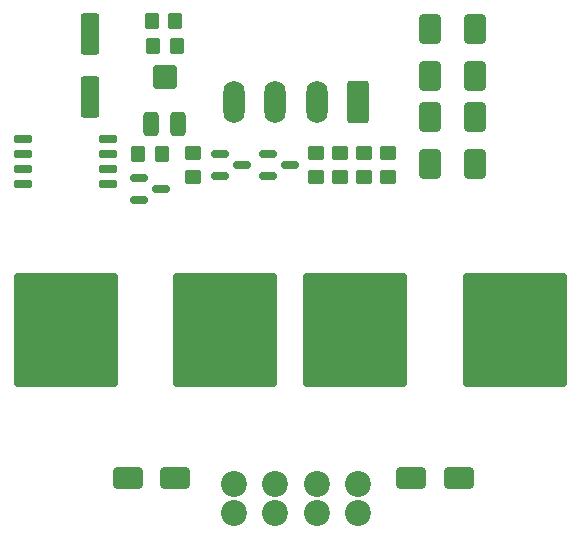
<source format=gbr>
%TF.GenerationSoftware,KiCad,Pcbnew,8.0.2*%
%TF.CreationDate,2024-10-04T23:09:32+02:00*%
%TF.ProjectId,OSSD_CDU,4f535344-5f43-4445-952e-6b696361645f,rev?*%
%TF.SameCoordinates,Original*%
%TF.FileFunction,Copper,L1,Top*%
%TF.FilePolarity,Positive*%
%FSLAX46Y46*%
G04 Gerber Fmt 4.6, Leading zero omitted, Abs format (unit mm)*
G04 Created by KiCad (PCBNEW 8.0.2) date 2024-10-04 23:09:32*
%MOMM*%
%LPD*%
G01*
G04 APERTURE LIST*
G04 Aperture macros list*
%AMRoundRect*
0 Rectangle with rounded corners*
0 $1 Rounding radius*
0 $2 $3 $4 $5 $6 $7 $8 $9 X,Y pos of 4 corners*
0 Add a 4 corners polygon primitive as box body*
4,1,4,$2,$3,$4,$5,$6,$7,$8,$9,$2,$3,0*
0 Add four circle primitives for the rounded corners*
1,1,$1+$1,$2,$3*
1,1,$1+$1,$4,$5*
1,1,$1+$1,$6,$7*
1,1,$1+$1,$8,$9*
0 Add four rect primitives between the rounded corners*
20,1,$1+$1,$2,$3,$4,$5,0*
20,1,$1+$1,$4,$5,$6,$7,0*
20,1,$1+$1,$6,$7,$8,$9,0*
20,1,$1+$1,$8,$9,$2,$3,0*%
G04 Aperture macros list end*
%TA.AperFunction,SMDPad,CuDef*%
%ADD10RoundRect,0.250000X0.400000X0.750000X-0.400000X0.750000X-0.400000X-0.750000X0.400000X-0.750000X0*%
%TD*%
%TA.AperFunction,SMDPad,CuDef*%
%ADD11RoundRect,0.250000X0.750000X0.750000X-0.750000X0.750000X-0.750000X-0.750000X0.750000X-0.750000X0*%
%TD*%
%TA.AperFunction,SMDPad,CuDef*%
%ADD12RoundRect,0.250000X0.450000X-0.350000X0.450000X0.350000X-0.450000X0.350000X-0.450000X-0.350000X0*%
%TD*%
%TA.AperFunction,SMDPad,CuDef*%
%ADD13RoundRect,0.250000X0.350000X0.450000X-0.350000X0.450000X-0.350000X-0.450000X0.350000X-0.450000X0*%
%TD*%
%TA.AperFunction,SMDPad,CuDef*%
%ADD14RoundRect,0.250000X-0.350000X-0.450000X0.350000X-0.450000X0.350000X0.450000X-0.350000X0.450000X0*%
%TD*%
%TA.AperFunction,SMDPad,CuDef*%
%ADD15RoundRect,0.150000X-0.587500X-0.150000X0.587500X-0.150000X0.587500X0.150000X-0.587500X0.150000X0*%
%TD*%
%TA.AperFunction,ComponentPad*%
%ADD16C,2.200000*%
%TD*%
%TA.AperFunction,ComponentPad*%
%ADD17O,1.800000X3.600000*%
%TD*%
%TA.AperFunction,ComponentPad*%
%ADD18RoundRect,0.250000X0.650000X1.550000X-0.650000X1.550000X-0.650000X-1.550000X0.650000X-1.550000X0*%
%TD*%
%TA.AperFunction,SMDPad,CuDef*%
%ADD19RoundRect,0.250000X1.000000X0.650000X-1.000000X0.650000X-1.000000X-0.650000X1.000000X-0.650000X0*%
%TD*%
%TA.AperFunction,SMDPad,CuDef*%
%ADD20RoundRect,0.250000X-1.000000X-0.650000X1.000000X-0.650000X1.000000X0.650000X-1.000000X0.650000X0*%
%TD*%
%TA.AperFunction,SMDPad,CuDef*%
%ADD21RoundRect,0.250000X0.650000X-1.000000X0.650000X1.000000X-0.650000X1.000000X-0.650000X-1.000000X0*%
%TD*%
%TA.AperFunction,SMDPad,CuDef*%
%ADD22RoundRect,0.250000X-0.650000X1.000000X-0.650000X-1.000000X0.650000X-1.000000X0.650000X1.000000X0*%
%TD*%
%TA.AperFunction,SMDPad,CuDef*%
%ADD23RoundRect,0.249999X4.150001X4.550001X-4.150001X4.550001X-4.150001X-4.550001X4.150001X-4.550001X0*%
%TD*%
%TA.AperFunction,SMDPad,CuDef*%
%ADD24RoundRect,0.249999X-4.150001X-4.550001X4.150001X-4.550001X4.150001X4.550001X-4.150001X4.550001X0*%
%TD*%
%TA.AperFunction,SMDPad,CuDef*%
%ADD25RoundRect,0.250000X0.550000X-1.500000X0.550000X1.500000X-0.550000X1.500000X-0.550000X-1.500000X0*%
%TD*%
%TA.AperFunction,SMDPad,CuDef*%
%ADD26RoundRect,0.150000X0.650000X0.150000X-0.650000X0.150000X-0.650000X-0.150000X0.650000X-0.150000X0*%
%TD*%
G04 APERTURE END LIST*
D10*
%TO.P,RV1,3,3*%
%TO.N,Net-(U1A-+)*%
X150488000Y-100056000D03*
D11*
%TO.P,RV1,2,2*%
%TO.N,VCC*%
X151638000Y-96056000D03*
D10*
%TO.P,RV1,1,1*%
X152788000Y-100056000D03*
%TD*%
D12*
%TO.P,R8,2*%
%TO.N,Net-(D5-A)*%
X170561000Y-102533000D03*
%TO.P,R8,1*%
%TO.N,Net-(R7-Pad1)*%
X170561000Y-104533000D03*
%TD*%
%TO.P,R7,2*%
%TO.N,Net-(R6-Pad2)*%
X168529000Y-102533000D03*
%TO.P,R7,1*%
%TO.N,Net-(R7-Pad1)*%
X168529000Y-104533000D03*
%TD*%
%TO.P,R6,2*%
%TO.N,Net-(R6-Pad2)*%
X166497000Y-102533000D03*
%TO.P,R6,1*%
%TO.N,Net-(R5-Pad1)*%
X166497000Y-104533000D03*
%TD*%
%TO.P,R5,2*%
%TO.N,Net-(Q2-E)*%
X164465000Y-102533000D03*
%TO.P,R5,1*%
%TO.N,Net-(R5-Pad1)*%
X164465000Y-104533000D03*
%TD*%
%TO.P,R4,2*%
%TO.N,Net-(Q2-B)*%
X154051000Y-102533000D03*
%TO.P,R4,1*%
%TO.N,Net-(Q1-E)*%
X154051000Y-104533000D03*
%TD*%
D13*
%TO.P,R3,2*%
%TO.N,V_OPAMP*%
X149368000Y-102628000D03*
%TO.P,R3,1*%
%TO.N,VCC*%
X151368000Y-102628000D03*
%TD*%
%TO.P,R2,1*%
%TO.N,GND*%
X152511000Y-91325000D03*
%TO.P,R2,2*%
%TO.N,Net-(U1A--)*%
X150511000Y-91325000D03*
%TD*%
D14*
%TO.P,R1,2*%
%TO.N,VCC*%
X152638000Y-93484000D03*
%TO.P,R1,1*%
%TO.N,Net-(U1A--)*%
X150638000Y-93484000D03*
%TD*%
D15*
%TO.P,Q3,3,C*%
%TO.N,Net-(Q2-B)*%
X162227500Y-103533000D03*
%TO.P,Q3,2,E*%
%TO.N,Net-(D5-A)*%
X160352500Y-104483000D03*
%TO.P,Q3,1,B*%
%TO.N,Net-(Q2-E)*%
X160352500Y-102583000D03*
%TD*%
%TO.P,Q2,3,C*%
%TO.N,Net-(Q1-E)*%
X158163500Y-103533000D03*
%TO.P,Q2,2,E*%
%TO.N,Net-(Q2-E)*%
X156288500Y-104483000D03*
%TO.P,Q2,1,B*%
%TO.N,Net-(Q2-B)*%
X156288500Y-102583000D03*
%TD*%
%TO.P,Q1,3,C*%
%TO.N,VCC*%
X151305500Y-105549000D03*
%TO.P,Q1,2,E*%
%TO.N,Net-(Q1-E)*%
X149430500Y-106499000D03*
%TO.P,Q1,1,B*%
%TO.N,V_OPAMP*%
X149430500Y-104599000D03*
%TD*%
D16*
%TO.P,J2,1,Pin_1*%
%TO.N,GND*%
X168000000Y-130500000D03*
X168000000Y-133000000D03*
%TO.P,J2,2,Pin_2*%
%TO.N,Net-(D5-K)*%
X164500000Y-130500000D03*
X164500000Y-133000000D03*
%TO.P,J2,3,Pin_3*%
%TO.N,/DCC_B*%
X161000000Y-130500000D03*
X161000000Y-133000000D03*
%TO.P,J2,4,Pin_4*%
%TO.N,/DCC_A*%
X157500000Y-130500000D03*
X157500000Y-133000000D03*
%TD*%
D17*
%TO.P,J1,4,Pin_4*%
%TO.N,/DCC_A*%
X157500000Y-98182500D03*
%TO.P,J1,3,Pin_3*%
%TO.N,/DCC_B*%
X161000000Y-98182500D03*
%TO.P,J1,2,Pin_2*%
%TO.N,Net-(D3-A)*%
X164500000Y-98182500D03*
D18*
%TO.P,J1,1,Pin_1*%
%TO.N,Net-(D1-A)*%
X168000000Y-98182500D03*
%TD*%
D19*
%TO.P,D6,1,K*%
%TO.N,Net-(D5-K)*%
X152500000Y-130000000D03*
%TO.P,D6,2,A*%
%TO.N,GND*%
X148500000Y-130000000D03*
%TD*%
D20*
%TO.P,D5,1,K*%
%TO.N,Net-(D5-K)*%
X172500000Y-130000000D03*
%TO.P,D5,2,A*%
%TO.N,Net-(D5-A)*%
X176500000Y-130000000D03*
%TD*%
D21*
%TO.P,D4,2,A*%
%TO.N,GND*%
X174117000Y-99421000D03*
%TO.P,D4,1,K*%
%TO.N,Net-(D3-A)*%
X174117000Y-103421000D03*
%TD*%
D22*
%TO.P,D3,2,A*%
%TO.N,Net-(D3-A)*%
X177927000Y-103421000D03*
%TO.P,D3,1,K*%
%TO.N,VCC*%
X177927000Y-99421000D03*
%TD*%
%TO.P,D2,2,A*%
%TO.N,GND*%
X174117000Y-95992000D03*
%TO.P,D2,1,K*%
%TO.N,Net-(D1-A)*%
X174117000Y-91992000D03*
%TD*%
D21*
%TO.P,D1,2,A*%
%TO.N,Net-(D1-A)*%
X177927000Y-92000000D03*
%TO.P,D1,1,K*%
%TO.N,VCC*%
X177927000Y-96000000D03*
%TD*%
D23*
%TO.P,C3,1*%
%TO.N,Net-(D5-A)*%
X156750000Y-117500000D03*
%TO.P,C3,2*%
%TO.N,GND*%
X143250000Y-117500000D03*
%TD*%
D24*
%TO.P,C2,1*%
%TO.N,Net-(D5-A)*%
X167750000Y-117500000D03*
%TO.P,C2,2*%
%TO.N,GND*%
X181250000Y-117500000D03*
%TD*%
D25*
%TO.P,C1,2*%
%TO.N,GND*%
X145288000Y-92402000D03*
%TO.P,C1,1*%
%TO.N,Net-(U1A-+)*%
X145288000Y-97802000D03*
%TD*%
D26*
%TO.P,U1,8,V+*%
%TO.N,VCC*%
X139656000Y-105168000D03*
%TO.P,U1,7*%
%TO.N,unconnected-(U1-Pad7)*%
X139656000Y-103898000D03*
%TO.P,U1,6,-*%
%TO.N,unconnected-(U1B---Pad6)*%
X139656000Y-102628000D03*
%TO.P,U1,5,+*%
%TO.N,unconnected-(U1B-+-Pad5)*%
X139656000Y-101358000D03*
%TO.P,U1,4,V-*%
%TO.N,GND*%
X146856000Y-101358000D03*
%TO.P,U1,3,+*%
%TO.N,Net-(U1A-+)*%
X146856000Y-102628000D03*
%TO.P,U1,2,-*%
%TO.N,Net-(U1A--)*%
X146856000Y-103898000D03*
%TO.P,U1,1*%
%TO.N,V_OPAMP*%
X146856000Y-105168000D03*
%TD*%
M02*

</source>
